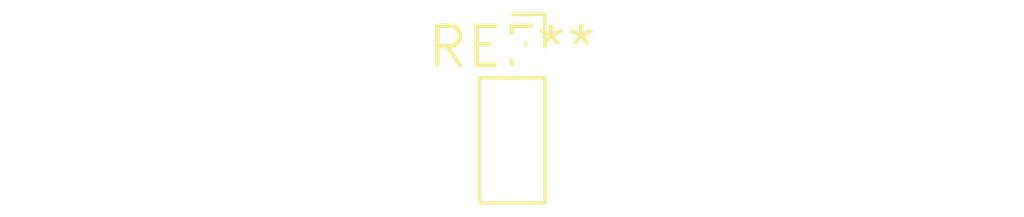
<source format=kicad_pcb>
(kicad_pcb (version 20240108) (generator pcbnew)
  (layers (0 "F.Cu" signal) (31 "B.Cu" signal) (34 "B.Paste" user) (35 "F.Paste" user) (36 "B.SilkS" user "B.Silkscreen") (37 "F.SilkS" user "F.Silkscreen") (38 "B.Mask" user) (39 "F.Mask" user) (44 "Edge.Cuts" user))
  (net 0 "")
  (footprint "PinSocket_1x03_P2.00mm_Vertical" (layer "F.Cu") (at 0 0)
    (property "Reference" "REF**")
    (property "Value" "PinSocket_1x03_P2.00mm_Vertical")
    (fp_line (start -1.06 1) (end -1.06 5.06) (layer "F.SilkS") (stroke (width 0.12)))
    (fp_line (start -1.06 1) (end 1.06 1) (layer "F.SilkS") (stroke (width 0.12)))
    (fp_line (start -1.06 5.06) (end 1.06 5.06) (layer "F.SilkS") (stroke (width 0.12)))
    (fp_line (start 0 -1.06) (end 1.06 -1.06) (layer "F.SilkS") (stroke (width 0.12)))
    (fp_line (start 1.06 -1.06) (end 1.06 0) (layer "F.SilkS") (stroke (width 0.12)))
    (fp_line (start 1.06 1) (end 1.06 5.06) (layer "F.SilkS") (stroke (width 0.12)))
    (pad "1" thru_hole rect (at 0 0) (size 1.35 1.35) (drill 0.8) (layers *.Cu *.Mask) (remove_unused_layers))
    (pad "2" thru_hole oval (at 0 2) (size 1.35 1.35) (drill 0.8) (layers *.Cu *.Mask) (remove_unused_layers))
    (pad "3" thru_hole oval (at 0 4) (size 1.35 1.35) (drill 0.8) (layers *.Cu *.Mask) (remove_unused_layers))
  )
)
</source>
